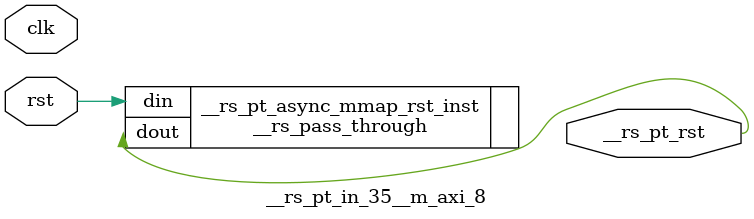
<source format=v>
`timescale 1 ns / 1 ps
/**   Generated by RapidStream   **/
module __rs_pt_in_35__m_axi_8 #(
    parameter BufferSize         = 32,
    parameter BufferSizeLog      = 5,
    parameter AddrWidth          = 64,
    parameter AxiSideAddrWidth   = 64,
    parameter DataWidth          = 512,
    parameter DataWidthBytesLog  = 6,
    parameter WaitTimeWidth      = 4,
    parameter BurstLenWidth      = 8,
    parameter EnableReadChannel  = 1,
    parameter EnableWriteChannel = 1,
    parameter MaxWaitTime        = 3,
    parameter MaxBurstLen        = 15
) (
    output wire __rs_pt_rst,
    input wire  clk,
    input wire  rst
);




__rs_pass_through #(
    .WIDTH (1)
) __rs_pt_async_mmap_rst_inst /**   Generated by RapidStream   **/ (
    .din  (rst),
    .dout (__rs_pt_rst)
);

endmodule  // __rs_pt_in_35__m_axi_8
</source>
